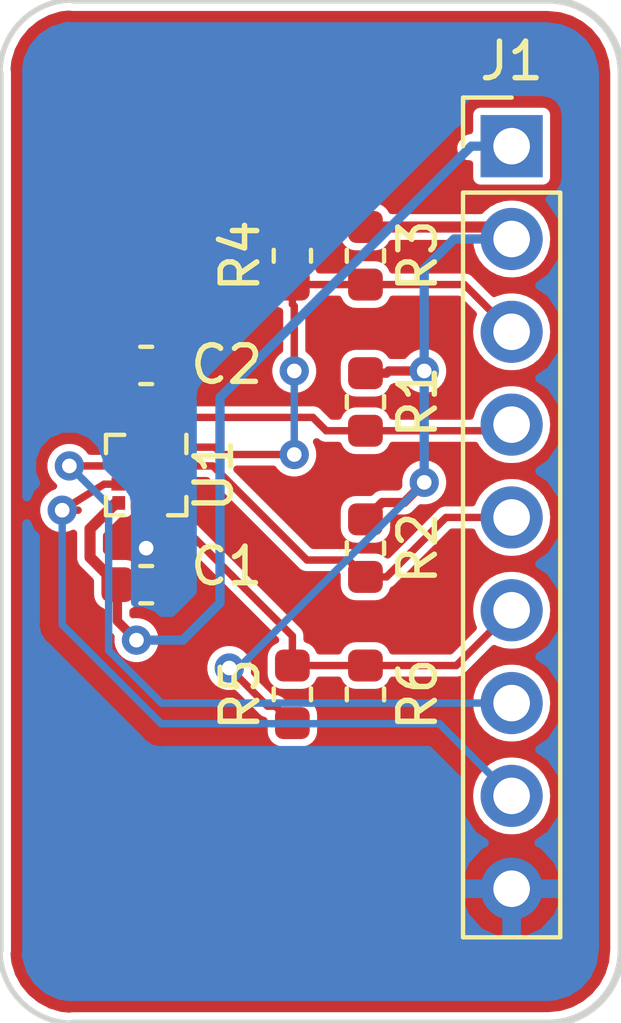
<source format=kicad_pcb>
(kicad_pcb (version 20171130) (host pcbnew "(5.0.0)")

  (general
    (thickness 1.6)
    (drawings 8)
    (tracks 100)
    (zones 0)
    (modules 10)
    (nets 12)
  )

  (page A4)
  (layers
    (0 F.Cu signal)
    (31 B.Cu signal)
    (32 B.Adhes user hide)
    (33 F.Adhes user hide)
    (34 B.Paste user hide)
    (35 F.Paste user)
    (36 B.SilkS user hide)
    (37 F.SilkS user)
    (38 B.Mask user hide)
    (39 F.Mask user hide)
    (40 Dwgs.User user hide)
    (41 Cmts.User user hide)
    (42 Eco1.User user hide)
    (43 Eco2.User user hide)
    (44 Edge.Cuts user hide)
    (45 Margin user hide)
    (46 B.CrtYd user hide)
    (47 F.CrtYd user hide)
    (48 B.Fab user)
    (49 F.Fab user)
  )

  (setup
    (last_trace_width 0.25)
    (trace_clearance 0.2)
    (zone_clearance 0.2)
    (zone_45_only no)
    (trace_min 0.2)
    (segment_width 0.2)
    (edge_width 0.15)
    (via_size 0.8)
    (via_drill 0.4)
    (via_min_size 0.4)
    (via_min_drill 0.3)
    (uvia_size 0.3)
    (uvia_drill 0.1)
    (uvias_allowed no)
    (uvia_min_size 0.2)
    (uvia_min_drill 0.1)
    (pcb_text_width 0.3)
    (pcb_text_size 1.5 1.5)
    (mod_edge_width 0.15)
    (mod_text_size 1 1)
    (mod_text_width 0.15)
    (pad_size 1.524 1.524)
    (pad_drill 0.762)
    (pad_to_mask_clearance 0.2)
    (aux_axis_origin 0 0)
    (visible_elements 7FFFFFFF)
    (pcbplotparams
      (layerselection 0x010fc_ffffffff)
      (usegerberextensions false)
      (usegerberattributes false)
      (usegerberadvancedattributes false)
      (creategerberjobfile false)
      (excludeedgelayer true)
      (linewidth 0.100000)
      (plotframeref false)
      (viasonmask false)
      (mode 1)
      (useauxorigin false)
      (hpglpennumber 1)
      (hpglpenspeed 20)
      (hpglpendiameter 15.000000)
      (psnegative false)
      (psa4output false)
      (plotreference true)
      (plotvalue true)
      (plotinvisibletext false)
      (padsonsilk false)
      (subtractmaskfromsilk false)
      (outputformat 1)
      (mirror false)
      (drillshape 1)
      (scaleselection 1)
      (outputdirectory ""))
  )

  (net 0 "")
  (net 1 VDD)
  (net 2 GND)
  (net 3 VDDA)
  (net 4 /SDX)
  (net 5 "Net-(U1-Pad4)")
  (net 6 /SDA)
  (net 7 /CSB)
  (net 8 /INT1)
  (net 9 /INT2)
  (net 10 "Net-(U1-Pad11)")
  (net 11 /SCX)

  (net_class Default "This is the default net class."
    (clearance 0.2)
    (trace_width 0.25)
    (via_dia 0.8)
    (via_drill 0.4)
    (uvia_dia 0.3)
    (uvia_drill 0.1)
  )

  (net_class Power ""
    (clearance 0.2)
    (trace_width 0.2032)
    (via_dia 0.8)
    (via_drill 0.4)
    (uvia_dia 0.3)
    (uvia_drill 0.1)
    (add_net GND)
    (add_net VDD)
    (add_net VDDA)
  )

  (net_class Signal ""
    (clearance 0.2)
    (trace_width 0.2032)
    (via_dia 0.8)
    (via_drill 0.4)
    (uvia_dia 0.3)
    (uvia_drill 0.1)
    (add_net /CSB)
    (add_net /INT1)
    (add_net /INT2)
    (add_net /SCX)
    (add_net /SDA)
    (add_net /SDX)
    (add_net "Net-(U1-Pad11)")
    (add_net "Net-(U1-Pad4)")
  )

  (module Capacitor_SMD:C_0603_1608Metric (layer F.Cu) (tedit 5B832108) (tstamp 5B8F4AE6)
    (at 158 79)
    (descr "Capacitor SMD 0603 (1608 Metric), square (rectangular) end terminal, IPC_7351 nominal, (Body size source: http://www.tortai-tech.com/upload/download/2011102023233369053.pdf), generated with kicad-footprint-generator")
    (tags capacitor)
    (path /5B81CD7E)
    (attr smd)
    (fp_text reference C1 (at 2.202498 -0.510002) (layer F.SilkS)
      (effects (font (size 1 1) (thickness 0.15)))
    )
    (fp_text value 100nF (at 0 1.43) (layer F.Fab) hide
      (effects (font (size 1 1) (thickness 0.15)))
    )
    (fp_line (start -0.8 0.4) (end -0.8 -0.4) (layer F.Fab) (width 0.1))
    (fp_line (start -0.8 -0.4) (end 0.8 -0.4) (layer F.Fab) (width 0.1))
    (fp_line (start 0.8 -0.4) (end 0.8 0.4) (layer F.Fab) (width 0.1))
    (fp_line (start 0.8 0.4) (end -0.8 0.4) (layer F.Fab) (width 0.1))
    (fp_line (start -0.162779 -0.51) (end 0.162779 -0.51) (layer F.SilkS) (width 0.12))
    (fp_line (start -0.162779 0.51) (end 0.162779 0.51) (layer F.SilkS) (width 0.12))
    (fp_line (start -1.48 0.73) (end -1.48 -0.73) (layer F.CrtYd) (width 0.05))
    (fp_line (start -1.48 -0.73) (end 1.48 -0.73) (layer F.CrtYd) (width 0.05))
    (fp_line (start 1.48 -0.73) (end 1.48 0.73) (layer F.CrtYd) (width 0.05))
    (fp_line (start 1.48 0.73) (end -1.48 0.73) (layer F.CrtYd) (width 0.05))
    (fp_text user %R (at 0 0) (layer F.Fab)
      (effects (font (size 0.4 0.4) (thickness 0.06)))
    )
    (pad 1 smd roundrect (at -0.7875 0) (size 0.875 0.95) (layers F.Cu F.Paste F.Mask) (roundrect_rratio 0.25)
      (net 1 VDD))
    (pad 2 smd roundrect (at 0.7875 0) (size 0.875 0.95) (layers F.Cu F.Paste F.Mask) (roundrect_rratio 0.25)
      (net 2 GND))
    (model ${KISYS3DMOD}/Capacitor_SMD.3dshapes/C_0603_1608Metric.wrl
      (at (xyz 0 0 0))
      (scale (xyz 1 1 1))
      (rotate (xyz 0 0 0))
    )
  )

  (module Capacitor_SMD:C_0603_1608Metric (layer F.Cu) (tedit 5B832123) (tstamp 5B8F4AF7)
    (at 158 73)
    (descr "Capacitor SMD 0603 (1608 Metric), square (rectangular) end terminal, IPC_7351 nominal, (Body size source: http://www.tortai-tech.com/upload/download/2011102023233369053.pdf), generated with kicad-footprint-generator")
    (tags capacitor)
    (path /5B81CDF0)
    (attr smd)
    (fp_text reference C2 (at 2.202498 -0.020002) (layer F.SilkS)
      (effects (font (size 1 1) (thickness 0.15)))
    )
    (fp_text value 100nF (at 0 1.43) (layer F.Fab) hide
      (effects (font (size 1 1) (thickness 0.15)))
    )
    (fp_text user %R (at 0 0) (layer F.Fab)
      (effects (font (size 0.4 0.4) (thickness 0.06)))
    )
    (fp_line (start 1.48 0.73) (end -1.48 0.73) (layer F.CrtYd) (width 0.05))
    (fp_line (start 1.48 -0.73) (end 1.48 0.73) (layer F.CrtYd) (width 0.05))
    (fp_line (start -1.48 -0.73) (end 1.48 -0.73) (layer F.CrtYd) (width 0.05))
    (fp_line (start -1.48 0.73) (end -1.48 -0.73) (layer F.CrtYd) (width 0.05))
    (fp_line (start -0.162779 0.51) (end 0.162779 0.51) (layer F.SilkS) (width 0.12))
    (fp_line (start -0.162779 -0.51) (end 0.162779 -0.51) (layer F.SilkS) (width 0.12))
    (fp_line (start 0.8 0.4) (end -0.8 0.4) (layer F.Fab) (width 0.1))
    (fp_line (start 0.8 -0.4) (end 0.8 0.4) (layer F.Fab) (width 0.1))
    (fp_line (start -0.8 -0.4) (end 0.8 -0.4) (layer F.Fab) (width 0.1))
    (fp_line (start -0.8 0.4) (end -0.8 -0.4) (layer F.Fab) (width 0.1))
    (pad 2 smd roundrect (at 0.7875 0) (size 0.875 0.95) (layers F.Cu F.Paste F.Mask) (roundrect_rratio 0.25)
      (net 2 GND))
    (pad 1 smd roundrect (at -0.7875 0) (size 0.875 0.95) (layers F.Cu F.Paste F.Mask) (roundrect_rratio 0.25)
      (net 3 VDDA))
    (model ${KISYS3DMOD}/Capacitor_SMD.3dshapes/C_0603_1608Metric.wrl
      (at (xyz 0 0 0))
      (scale (xyz 1 1 1))
      (rotate (xyz 0 0 0))
    )
  )

  (module Package_LGA:LGA-12_2x2mm_P0.5mm (layer F.Cu) (tedit 5B832112) (tstamp 5B8F4B1C)
    (at 158 76 270)
    (descr LGA12)
    (tags "lga land grid array")
    (path /5B82BE35)
    (attr smd)
    (fp_text reference U1 (at 0 -1.85 270) (layer F.SilkS)
      (effects (font (size 1 1) (thickness 0.15)))
    )
    (fp_text value BMA400 (at 0 1.6 270) (layer F.Fab) hide
      (effects (font (size 1 1) (thickness 0.15)))
    )
    (fp_text user %R (at 0 0 270) (layer F.Fab)
      (effects (font (size 0.5 0.5) (thickness 0.075)))
    )
    (fp_line (start 1 -1) (end 1 1) (layer F.Fab) (width 0.1))
    (fp_line (start 1 1) (end -1 1) (layer F.Fab) (width 0.1))
    (fp_line (start -1 1) (end -1 -0.5) (layer F.Fab) (width 0.1))
    (fp_line (start -1 -0.5) (end -0.5 -1) (layer F.Fab) (width 0.1))
    (fp_line (start -0.5 -1) (end 1 -1) (layer F.Fab) (width 0.1))
    (fp_line (start 0.6 -1.1) (end 1.1 -1.1) (layer F.SilkS) (width 0.12))
    (fp_line (start 1.1 -1.1) (end 1.1 -0.6) (layer F.SilkS) (width 0.12))
    (fp_line (start 1.1 -0.6) (end 1.1 -0.6) (layer F.SilkS) (width 0.12))
    (fp_line (start 1.1 0.6) (end 1.1 1.1) (layer F.SilkS) (width 0.12))
    (fp_line (start 1.1 1.1) (end 0.6 1.1) (layer F.SilkS) (width 0.12))
    (fp_line (start 0.6 1.1) (end 0.6 1.1) (layer F.SilkS) (width 0.12))
    (fp_line (start -0.6 1.1) (end -1.1 1.1) (layer F.SilkS) (width 0.12))
    (fp_line (start -1.1 1.1) (end -1.1 0.6) (layer F.SilkS) (width 0.12))
    (fp_line (start -1.1 0.6) (end -1.1 0.6) (layer F.SilkS) (width 0.12))
    (fp_line (start -0.6 -1.1) (end -1.1 -1.1) (layer F.SilkS) (width 0.12))
    (fp_line (start -1.1 -1.1) (end -1.1 -1.1) (layer F.SilkS) (width 0.12))
    (fp_line (start 1.25 -1.25) (end 1.25 1.25) (layer F.CrtYd) (width 0.05))
    (fp_line (start 1.25 1.25) (end -1.25 1.25) (layer F.CrtYd) (width 0.05))
    (fp_line (start -1.25 1.25) (end -1.25 -1.25) (layer F.CrtYd) (width 0.05))
    (fp_line (start -1.25 -1.25) (end 1.25 -1.25) (layer F.CrtYd) (width 0.05))
    (pad 2 smd rect (at -0.7625 -0.25 270) (size 0.375 0.35) (layers F.Cu F.Paste F.Mask)
      (net 4 /SDX))
    (pad 3 smd rect (at -0.7625 0.25 270) (size 0.375 0.35) (layers F.Cu F.Paste F.Mask)
      (net 3 VDDA))
    (pad 9 smd rect (at 0.7625 -0.25 270) (size 0.375 0.35) (layers F.Cu F.Paste F.Mask)
      (net 2 GND))
    (pad 8 smd rect (at 0.7625 0.25 270) (size 0.375 0.35) (layers F.Cu F.Paste F.Mask)
      (net 2 GND))
    (pad 4 smd rect (at -0.7625 0.75 270) (size 0.375 0.35) (layers F.Cu F.Paste F.Mask)
      (net 5 "Net-(U1-Pad4)"))
    (pad 7 smd rect (at 0.7625 0.75 270) (size 0.375 0.35) (layers F.Cu F.Paste F.Mask)
      (net 1 VDD))
    (pad 1 smd rect (at -0.7625 -0.75 270) (size 0.375 0.35) (layers F.Cu F.Paste F.Mask)
      (net 6 /SDA))
    (pad 10 smd rect (at 0.7625 -0.75 270) (size 0.375 0.35) (layers F.Cu F.Paste F.Mask)
      (net 7 /CSB))
    (pad 5 smd rect (at -0.25 0.7625) (size 0.375 0.35) (layers F.Cu F.Paste F.Mask)
      (net 8 /INT1))
    (pad 6 smd rect (at 0.25 0.7625) (size 0.375 0.35) (layers F.Cu F.Paste F.Mask)
      (net 9 /INT2))
    (pad 11 smd rect (at 0.25 -0.7625) (size 0.375 0.35) (layers F.Cu F.Paste F.Mask)
      (net 10 "Net-(U1-Pad11)"))
    (pad 12 smd rect (at -0.25 -0.7625) (size 0.375 0.35) (layers F.Cu F.Paste F.Mask)
      (net 11 /SCX))
    (model ${KISYS3DMOD}/Package_LGA.3dshapes/LGA-12_2x2mm_P0.5mm.wrl
      (at (xyz 0 0 0))
      (scale (xyz 1 1 1))
      (rotate (xyz 0 0 0))
    )
  )

  (module Connector_PinHeader_2.54mm:PinHeader_1x09_P2.54mm_Vertical (layer F.Cu) (tedit 5B83215C) (tstamp 5B8F4EC0)
    (at 168 67)
    (descr "Through hole straight pin header, 1x09, 2.54mm pitch, single row")
    (tags "Through hole pin header THT 1x09 2.54mm single row")
    (path /5B833216)
    (fp_text reference J1 (at 0 -2.33) (layer F.SilkS)
      (effects (font (size 1 1) (thickness 0.15)))
    )
    (fp_text value Conn_01x09_Male (at 0 22.65) (layer F.Fab) hide
      (effects (font (size 1 1) (thickness 0.15)))
    )
    (fp_line (start -0.635 -1.27) (end 1.27 -1.27) (layer F.Fab) (width 0.1))
    (fp_line (start 1.27 -1.27) (end 1.27 21.59) (layer F.Fab) (width 0.1))
    (fp_line (start 1.27 21.59) (end -1.27 21.59) (layer F.Fab) (width 0.1))
    (fp_line (start -1.27 21.59) (end -1.27 -0.635) (layer F.Fab) (width 0.1))
    (fp_line (start -1.27 -0.635) (end -0.635 -1.27) (layer F.Fab) (width 0.1))
    (fp_line (start -1.33 21.65) (end 1.33 21.65) (layer F.SilkS) (width 0.12))
    (fp_line (start -1.33 1.27) (end -1.33 21.65) (layer F.SilkS) (width 0.12))
    (fp_line (start 1.33 1.27) (end 1.33 21.65) (layer F.SilkS) (width 0.12))
    (fp_line (start -1.33 1.27) (end 1.33 1.27) (layer F.SilkS) (width 0.12))
    (fp_line (start -1.33 0) (end -1.33 -1.33) (layer F.SilkS) (width 0.12))
    (fp_line (start -1.33 -1.33) (end 0 -1.33) (layer F.SilkS) (width 0.12))
    (fp_line (start -1.8 -1.8) (end -1.8 22.1) (layer F.CrtYd) (width 0.05))
    (fp_line (start -1.8 22.1) (end 1.8 22.1) (layer F.CrtYd) (width 0.05))
    (fp_line (start 1.8 22.1) (end 1.8 -1.8) (layer F.CrtYd) (width 0.05))
    (fp_line (start 1.8 -1.8) (end -1.8 -1.8) (layer F.CrtYd) (width 0.05))
    (fp_text user %R (at 0 10.16 90) (layer F.Fab)
      (effects (font (size 1 1) (thickness 0.15)))
    )
    (pad 1 thru_hole rect (at 0 0) (size 1.7 1.7) (drill 1) (layers *.Cu *.Mask)
      (net 1 VDD))
    (pad 2 thru_hole oval (at 0 2.54) (size 1.7 1.7) (drill 1) (layers *.Cu *.Mask)
      (net 3 VDDA))
    (pad 3 thru_hole oval (at 0 5.08) (size 1.7 1.7) (drill 1) (layers *.Cu *.Mask)
      (net 6 /SDA))
    (pad 4 thru_hole oval (at 0 7.62) (size 1.7 1.7) (drill 1) (layers *.Cu *.Mask)
      (net 4 /SDX))
    (pad 5 thru_hole oval (at 0 10.16) (size 1.7 1.7) (drill 1) (layers *.Cu *.Mask)
      (net 11 /SCX))
    (pad 6 thru_hole oval (at 0 12.7) (size 1.7 1.7) (drill 1) (layers *.Cu *.Mask)
      (net 7 /CSB))
    (pad 7 thru_hole oval (at 0 15.24) (size 1.7 1.7) (drill 1) (layers *.Cu *.Mask)
      (net 8 /INT1))
    (pad 8 thru_hole oval (at 0 17.78) (size 1.7 1.7) (drill 1) (layers *.Cu *.Mask)
      (net 9 /INT2))
    (pad 9 thru_hole oval (at 0 20.32) (size 1.7 1.7) (drill 1) (layers *.Cu *.Mask)
      (net 2 GND))
    (model ${KISYS3DMOD}/Connector_PinHeader_2.54mm.3dshapes/PinHeader_1x09_P2.54mm_Vertical.wrl
      (at (xyz 0 0 0))
      (scale (xyz 1 1 1))
      (rotate (xyz 0 0 0))
    )
  )

  (module Capacitor_SMD:C_0603_1608Metric (layer F.Cu) (tedit 5B83212B) (tstamp 5B8F4ED1)
    (at 164 74 270)
    (descr "Capacitor SMD 0603 (1608 Metric), square (rectangular) end terminal, IPC_7351 nominal, (Body size source: http://www.tortai-tech.com/upload/download/2011102023233369053.pdf), generated with kicad-footprint-generator")
    (tags capacitor)
    (path /5B83387B)
    (attr smd)
    (fp_text reference R1 (at 0 -1.43 270) (layer F.SilkS)
      (effects (font (size 1 1) (thickness 0.15)))
    )
    (fp_text value 4K7 (at 0 1.43 270) (layer F.Fab) hide
      (effects (font (size 1 1) (thickness 0.15)))
    )
    (fp_line (start -0.8 0.4) (end -0.8 -0.4) (layer F.Fab) (width 0.1))
    (fp_line (start -0.8 -0.4) (end 0.8 -0.4) (layer F.Fab) (width 0.1))
    (fp_line (start 0.8 -0.4) (end 0.8 0.4) (layer F.Fab) (width 0.1))
    (fp_line (start 0.8 0.4) (end -0.8 0.4) (layer F.Fab) (width 0.1))
    (fp_line (start -0.162779 -0.51) (end 0.162779 -0.51) (layer F.SilkS) (width 0.12))
    (fp_line (start -0.162779 0.51) (end 0.162779 0.51) (layer F.SilkS) (width 0.12))
    (fp_line (start -1.48 0.73) (end -1.48 -0.73) (layer F.CrtYd) (width 0.05))
    (fp_line (start -1.48 -0.73) (end 1.48 -0.73) (layer F.CrtYd) (width 0.05))
    (fp_line (start 1.48 -0.73) (end 1.48 0.73) (layer F.CrtYd) (width 0.05))
    (fp_line (start 1.48 0.73) (end -1.48 0.73) (layer F.CrtYd) (width 0.05))
    (fp_text user %R (at 0 0 270) (layer F.Fab)
      (effects (font (size 0.4 0.4) (thickness 0.06)))
    )
    (pad 1 smd roundrect (at -0.7875 0 270) (size 0.875 0.95) (layers F.Cu F.Paste F.Mask) (roundrect_rratio 0.25)
      (net 3 VDDA))
    (pad 2 smd roundrect (at 0.7875 0 270) (size 0.875 0.95) (layers F.Cu F.Paste F.Mask) (roundrect_rratio 0.25)
      (net 4 /SDX))
    (model ${KISYS3DMOD}/Capacitor_SMD.3dshapes/C_0603_1608Metric.wrl
      (at (xyz 0 0 0))
      (scale (xyz 1 1 1))
      (rotate (xyz 0 0 0))
    )
  )

  (module Capacitor_SMD:C_0603_1608Metric (layer F.Cu) (tedit 5B832081) (tstamp 5B8F4EE2)
    (at 164 78 270)
    (descr "Capacitor SMD 0603 (1608 Metric), square (rectangular) end terminal, IPC_7351 nominal, (Body size source: http://www.tortai-tech.com/upload/download/2011102023233369053.pdf), generated with kicad-footprint-generator")
    (tags capacitor)
    (path /5B83391C)
    (attr smd)
    (fp_text reference R2 (at 0 -1.43 270) (layer F.SilkS)
      (effects (font (size 1 1) (thickness 0.15)))
    )
    (fp_text value 4K7 (at 0 1.43 270) (layer F.Fab) hide
      (effects (font (size 1 1) (thickness 0.15)))
    )
    (fp_text user %R (at 0 0 270) (layer F.Fab)
      (effects (font (size 0.4 0.4) (thickness 0.06)))
    )
    (fp_line (start 1.48 0.73) (end -1.48 0.73) (layer F.CrtYd) (width 0.05))
    (fp_line (start 1.48 -0.73) (end 1.48 0.73) (layer F.CrtYd) (width 0.05))
    (fp_line (start -1.48 -0.73) (end 1.48 -0.73) (layer F.CrtYd) (width 0.05))
    (fp_line (start -1.48 0.73) (end -1.48 -0.73) (layer F.CrtYd) (width 0.05))
    (fp_line (start -0.162779 0.51) (end 0.162779 0.51) (layer F.SilkS) (width 0.12))
    (fp_line (start -0.162779 -0.51) (end 0.162779 -0.51) (layer F.SilkS) (width 0.12))
    (fp_line (start 0.8 0.4) (end -0.8 0.4) (layer F.Fab) (width 0.1))
    (fp_line (start 0.8 -0.4) (end 0.8 0.4) (layer F.Fab) (width 0.1))
    (fp_line (start -0.8 -0.4) (end 0.8 -0.4) (layer F.Fab) (width 0.1))
    (fp_line (start -0.8 0.4) (end -0.8 -0.4) (layer F.Fab) (width 0.1))
    (pad 2 smd roundrect (at 0.7875 0 270) (size 0.875 0.95) (layers F.Cu F.Paste F.Mask) (roundrect_rratio 0.25)
      (net 11 /SCX))
    (pad 1 smd roundrect (at -0.7875 0 270) (size 0.875 0.95) (layers F.Cu F.Paste F.Mask) (roundrect_rratio 0.25)
      (net 3 VDDA))
    (model ${KISYS3DMOD}/Capacitor_SMD.3dshapes/C_0603_1608Metric.wrl
      (at (xyz 0 0 0))
      (scale (xyz 1 1 1))
      (rotate (xyz 0 0 0))
    )
  )

  (module Capacitor_SMD:C_0603_1608Metric (layer F.Cu) (tedit 5B832075) (tstamp 5B8F4EF3)
    (at 164 70 270)
    (descr "Capacitor SMD 0603 (1608 Metric), square (rectangular) end terminal, IPC_7351 nominal, (Body size source: http://www.tortai-tech.com/upload/download/2011102023233369053.pdf), generated with kicad-footprint-generator")
    (tags capacitor)
    (path /5B833966)
    (attr smd)
    (fp_text reference R3 (at 0 -1.43 270) (layer F.SilkS)
      (effects (font (size 1 1) (thickness 0.15)))
    )
    (fp_text value 4K7 (at 0 1.43 270) (layer F.Fab) hide
      (effects (font (size 1 1) (thickness 0.15)))
    )
    (fp_line (start -0.8 0.4) (end -0.8 -0.4) (layer F.Fab) (width 0.1))
    (fp_line (start -0.8 -0.4) (end 0.8 -0.4) (layer F.Fab) (width 0.1))
    (fp_line (start 0.8 -0.4) (end 0.8 0.4) (layer F.Fab) (width 0.1))
    (fp_line (start 0.8 0.4) (end -0.8 0.4) (layer F.Fab) (width 0.1))
    (fp_line (start -0.162779 -0.51) (end 0.162779 -0.51) (layer F.SilkS) (width 0.12))
    (fp_line (start -0.162779 0.51) (end 0.162779 0.51) (layer F.SilkS) (width 0.12))
    (fp_line (start -1.48 0.73) (end -1.48 -0.73) (layer F.CrtYd) (width 0.05))
    (fp_line (start -1.48 -0.73) (end 1.48 -0.73) (layer F.CrtYd) (width 0.05))
    (fp_line (start 1.48 -0.73) (end 1.48 0.73) (layer F.CrtYd) (width 0.05))
    (fp_line (start 1.48 0.73) (end -1.48 0.73) (layer F.CrtYd) (width 0.05))
    (fp_text user %R (at 0 0 270) (layer F.Fab)
      (effects (font (size 0.4 0.4) (thickness 0.06)))
    )
    (pad 1 smd roundrect (at -0.7875 0 270) (size 0.875 0.95) (layers F.Cu F.Paste F.Mask) (roundrect_rratio 0.25)
      (net 3 VDDA))
    (pad 2 smd roundrect (at 0.7875 0 270) (size 0.875 0.95) (layers F.Cu F.Paste F.Mask) (roundrect_rratio 0.25)
      (net 6 /SDA))
    (model ${KISYS3DMOD}/Capacitor_SMD.3dshapes/C_0603_1608Metric.wrl
      (at (xyz 0 0 0))
      (scale (xyz 1 1 1))
      (rotate (xyz 0 0 0))
    )
  )

  (module Capacitor_SMD:C_0603_1608Metric (layer F.Cu) (tedit 5B832065) (tstamp 5B8F4F04)
    (at 162 70 90)
    (descr "Capacitor SMD 0603 (1608 Metric), square (rectangular) end terminal, IPC_7351 nominal, (Body size source: http://www.tortai-tech.com/upload/download/2011102023233369053.pdf), generated with kicad-footprint-generator")
    (tags capacitor)
    (path /5B8361C5)
    (attr smd)
    (fp_text reference R4 (at 0 -1.43 90) (layer F.SilkS)
      (effects (font (size 1 1) (thickness 0.15)))
    )
    (fp_text value 4K7 (at 0 1.43 90) (layer F.Fab) hide
      (effects (font (size 1 1) (thickness 0.15)))
    )
    (fp_text user %R (at 0 0 90) (layer F.Fab) hide
      (effects (font (size 0.4 0.4) (thickness 0.06)))
    )
    (fp_line (start 1.48 0.73) (end -1.48 0.73) (layer F.CrtYd) (width 0.05))
    (fp_line (start 1.48 -0.73) (end 1.48 0.73) (layer F.CrtYd) (width 0.05))
    (fp_line (start -1.48 -0.73) (end 1.48 -0.73) (layer F.CrtYd) (width 0.05))
    (fp_line (start -1.48 0.73) (end -1.48 -0.73) (layer F.CrtYd) (width 0.05))
    (fp_line (start -0.162779 0.51) (end 0.162779 0.51) (layer F.SilkS) (width 0.12))
    (fp_line (start -0.162779 -0.51) (end 0.162779 -0.51) (layer F.SilkS) (width 0.12))
    (fp_line (start 0.8 0.4) (end -0.8 0.4) (layer F.Fab) (width 0.1))
    (fp_line (start 0.8 -0.4) (end 0.8 0.4) (layer F.Fab) (width 0.1))
    (fp_line (start -0.8 -0.4) (end 0.8 -0.4) (layer F.Fab) (width 0.1))
    (fp_line (start -0.8 0.4) (end -0.8 -0.4) (layer F.Fab) (width 0.1))
    (pad 2 smd roundrect (at 0.7875 0 90) (size 0.875 0.95) (layers F.Cu F.Paste F.Mask) (roundrect_rratio 0.25)
      (net 2 GND))
    (pad 1 smd roundrect (at -0.7875 0 90) (size 0.875 0.95) (layers F.Cu F.Paste F.Mask) (roundrect_rratio 0.25)
      (net 6 /SDA))
    (model ${KISYS3DMOD}/Capacitor_SMD.3dshapes/C_0603_1608Metric.wrl
      (at (xyz 0 0 0))
      (scale (xyz 1 1 1))
      (rotate (xyz 0 0 0))
    )
  )

  (module Capacitor_SMD:C_0603_1608Metric (layer F.Cu) (tedit 5B8320B0) (tstamp 5B8F4F15)
    (at 162 82 90)
    (descr "Capacitor SMD 0603 (1608 Metric), square (rectangular) end terminal, IPC_7351 nominal, (Body size source: http://www.tortai-tech.com/upload/download/2011102023233369053.pdf), generated with kicad-footprint-generator")
    (tags capacitor)
    (path /5B8339D3)
    (attr smd)
    (fp_text reference R5 (at 0 -1.43 90) (layer F.SilkS)
      (effects (font (size 1 1) (thickness 0.15)))
    )
    (fp_text value 4K7 (at 0 1.43 90) (layer F.Fab) hide
      (effects (font (size 1 1) (thickness 0.15)))
    )
    (fp_text user %R (at 0 0 90) (layer F.Fab)
      (effects (font (size 0.4 0.4) (thickness 0.06)))
    )
    (fp_line (start 1.48 0.73) (end -1.48 0.73) (layer F.CrtYd) (width 0.05))
    (fp_line (start 1.48 -0.73) (end 1.48 0.73) (layer F.CrtYd) (width 0.05))
    (fp_line (start -1.48 -0.73) (end 1.48 -0.73) (layer F.CrtYd) (width 0.05))
    (fp_line (start -1.48 0.73) (end -1.48 -0.73) (layer F.CrtYd) (width 0.05))
    (fp_line (start -0.162779 0.51) (end 0.162779 0.51) (layer F.SilkS) (width 0.12))
    (fp_line (start -0.162779 -0.51) (end 0.162779 -0.51) (layer F.SilkS) (width 0.12))
    (fp_line (start 0.8 0.4) (end -0.8 0.4) (layer F.Fab) (width 0.1))
    (fp_line (start 0.8 -0.4) (end 0.8 0.4) (layer F.Fab) (width 0.1))
    (fp_line (start -0.8 -0.4) (end 0.8 -0.4) (layer F.Fab) (width 0.1))
    (fp_line (start -0.8 0.4) (end -0.8 -0.4) (layer F.Fab) (width 0.1))
    (pad 2 smd roundrect (at 0.7875 0 90) (size 0.875 0.95) (layers F.Cu F.Paste F.Mask) (roundrect_rratio 0.25)
      (net 7 /CSB))
    (pad 1 smd roundrect (at -0.7875 0 90) (size 0.875 0.95) (layers F.Cu F.Paste F.Mask) (roundrect_rratio 0.25)
      (net 3 VDDA))
    (model ${KISYS3DMOD}/Capacitor_SMD.3dshapes/C_0603_1608Metric.wrl
      (at (xyz 0 0 0))
      (scale (xyz 1 1 1))
      (rotate (xyz 0 0 0))
    )
  )

  (module Capacitor_SMD:C_0603_1608Metric (layer F.Cu) (tedit 5B8320C3) (tstamp 5B8F4F26)
    (at 164 82 270)
    (descr "Capacitor SMD 0603 (1608 Metric), square (rectangular) end terminal, IPC_7351 nominal, (Body size source: http://www.tortai-tech.com/upload/download/2011102023233369053.pdf), generated with kicad-footprint-generator")
    (tags capacitor)
    (path /5B834DBB)
    (attr smd)
    (fp_text reference R6 (at 0 -1.43 270) (layer F.SilkS)
      (effects (font (size 1 1) (thickness 0.15)))
    )
    (fp_text value 4K7 (at 0 1.43 270) (layer F.Fab) hide
      (effects (font (size 1 1) (thickness 0.15)))
    )
    (fp_line (start -0.8 0.4) (end -0.8 -0.4) (layer F.Fab) (width 0.1))
    (fp_line (start -0.8 -0.4) (end 0.8 -0.4) (layer F.Fab) (width 0.1))
    (fp_line (start 0.8 -0.4) (end 0.8 0.4) (layer F.Fab) (width 0.1))
    (fp_line (start 0.8 0.4) (end -0.8 0.4) (layer F.Fab) (width 0.1))
    (fp_line (start -0.162779 -0.51) (end 0.162779 -0.51) (layer F.SilkS) (width 0.12))
    (fp_line (start -0.162779 0.51) (end 0.162779 0.51) (layer F.SilkS) (width 0.12))
    (fp_line (start -1.48 0.73) (end -1.48 -0.73) (layer F.CrtYd) (width 0.05))
    (fp_line (start -1.48 -0.73) (end 1.48 -0.73) (layer F.CrtYd) (width 0.05))
    (fp_line (start 1.48 -0.73) (end 1.48 0.73) (layer F.CrtYd) (width 0.05))
    (fp_line (start 1.48 0.73) (end -1.48 0.73) (layer F.CrtYd) (width 0.05))
    (fp_text user %R (at 0 0 270) (layer F.Fab)
      (effects (font (size 0.4 0.4) (thickness 0.06)))
    )
    (pad 1 smd roundrect (at -0.7875 0 270) (size 0.875 0.95) (layers F.Cu F.Paste F.Mask) (roundrect_rratio 0.25)
      (net 7 /CSB))
    (pad 2 smd roundrect (at 0.7875 0 270) (size 0.875 0.95) (layers F.Cu F.Paste F.Mask) (roundrect_rratio 0.25)
      (net 2 GND))
    (model ${KISYS3DMOD}/Capacitor_SMD.3dshapes/C_0603_1608Metric.wrl
      (at (xyz 0 0 0))
      (scale (xyz 1 1 1))
      (rotate (xyz 0 0 0))
    )
  )

  (gr_arc (start 156 65) (end 156 63) (angle -90) (layer Edge.Cuts) (width 0.15))
  (gr_arc (start 156 89) (end 154 89) (angle -90) (layer Edge.Cuts) (width 0.15))
  (gr_arc (start 169 65) (end 171 65) (angle -90) (layer Edge.Cuts) (width 0.2))
  (gr_arc (start 169 89) (end 169 91) (angle -90) (layer Edge.Cuts) (width 0.2))
  (gr_line (start 154 89) (end 154 65) (layer Edge.Cuts) (width 0.2))
  (gr_line (start 169 91) (end 156 91) (layer Edge.Cuts) (width 0.2))
  (gr_line (start 171 65) (end 171 89) (layer Edge.Cuts) (width 0.2))
  (gr_line (start 156 63) (end 169 63) (layer Edge.Cuts) (width 0.2))

  (segment (start 157.2125 79) (end 156.464 78.2515) (width 0.3048) (layer F.Cu) (net 1))
  (segment (start 156.464 78.2515) (end 156.464 77.47) (width 0.3048) (layer F.Cu) (net 1))
  (segment (start 157.156599 76.777401) (end 157.222599 76.777401) (width 0.3048) (layer F.Cu) (net 1))
  (segment (start 156.464 77.47) (end 157.156599 76.777401) (width 0.3048) (layer F.Cu) (net 1))
  (segment (start 166.896 67) (end 160.02 73.876) (width 0.254) (layer B.Cu) (net 1))
  (segment (start 168 67) (end 166.896 67) (width 0.254) (layer B.Cu) (net 1))
  (segment (start 160.02 73.876) (end 160.02 79.502) (width 0.254) (layer B.Cu) (net 1))
  (segment (start 160.02 79.502) (end 159.004 80.518) (width 0.254) (layer B.Cu) (net 1))
  (segment (start 159.004 80.518) (end 157.734 80.518) (width 0.254) (layer B.Cu) (net 1))
  (via (at 157.734 80.518) (size 0.8) (drill 0.4) (layers F.Cu B.Cu) (net 1))
  (segment (start 157.2125 79.9965) (end 157.734 80.518) (width 0.254) (layer F.Cu) (net 1))
  (segment (start 157.2125 79) (end 157.2125 79.9965) (width 0.254) (layer F.Cu) (net 1))
  (via (at 158 78) (size 0.8) (drill 0.4) (layers F.Cu B.Cu) (net 2))
  (segment (start 167.6725 69.2125) (end 168 69.54) (width 0.3048) (layer F.Cu) (net 3))
  (segment (start 164 69.2125) (end 167.6725 69.2125) (width 0.3048) (layer F.Cu) (net 3))
  (segment (start 157.2125 73.575) (end 157.734 74.0965) (width 0.254) (layer F.Cu) (net 3))
  (segment (start 157.2125 73) (end 157.2125 73.575) (width 0.254) (layer F.Cu) (net 3))
  (segment (start 157.734 74.0965) (end 157.734 74.93) (width 0.254) (layer F.Cu) (net 3))
  (segment (start 164.461612 76.750888) (end 165.057112 76.750888) (width 0.254) (layer F.Cu) (net 3))
  (segment (start 164 77.2125) (end 164.461612 76.750888) (width 0.254) (layer F.Cu) (net 3))
  (segment (start 165.057112 76.750888) (end 165.608 76.2) (width 0.254) (layer F.Cu) (net 3))
  (segment (start 164.575 73.2125) (end 164.6355 73.152) (width 0.254) (layer F.Cu) (net 3))
  (segment (start 164 73.2125) (end 164.575 73.2125) (width 0.254) (layer F.Cu) (net 3))
  (segment (start 164.6355 73.152) (end 165.608 73.152) (width 0.254) (layer F.Cu) (net 3))
  (segment (start 157.2125 68.8475) (end 157.2125 73) (width 0.254) (layer F.Cu) (net 3))
  (segment (start 157.988 68.072) (end 157.2125 68.8475) (width 0.254) (layer F.Cu) (net 3))
  (segment (start 163.397 68.072) (end 157.988 68.072) (width 0.254) (layer F.Cu) (net 3))
  (segment (start 164 69.2125) (end 164 68.675) (width 0.254) (layer F.Cu) (net 3))
  (segment (start 164 68.675) (end 163.397 68.072) (width 0.254) (layer F.Cu) (net 3))
  (segment (start 165.608 73.152) (end 165.608 73.152) (width 0.254) (layer F.Cu) (net 3) (tstamp 5B8F579A))
  (via (at 165.608 73.152) (size 0.8) (drill 0.4) (layers F.Cu B.Cu) (net 3))
  (segment (start 165.608 76.2) (end 165.608 76.2) (width 0.254) (layer F.Cu) (net 3) (tstamp 5B8F579C))
  (via (at 165.608 76.2) (size 0.8) (drill 0.4) (layers F.Cu B.Cu) (net 3))
  (segment (start 165.608 73.152) (end 165.608 76.2) (width 0.254) (layer B.Cu) (net 3))
  (segment (start 165.608 73.152) (end 165.608 70.358) (width 0.254) (layer B.Cu) (net 3))
  (segment (start 166.426 69.54) (end 168 69.54) (width 0.254) (layer B.Cu) (net 3))
  (segment (start 165.608 70.358) (end 166.426 69.54) (width 0.254) (layer B.Cu) (net 3))
  (segment (start 157.734 75.2215) (end 157.75 75.2375) (width 0.2032) (layer F.Cu) (net 3))
  (segment (start 157.734 74.93) (end 157.734 75.2215) (width 0.2032) (layer F.Cu) (net 3))
  (segment (start 161.538388 82.325888) (end 161.319888 82.325888) (width 0.2032) (layer F.Cu) (net 3))
  (segment (start 162 82.7875) (end 161.538388 82.325888) (width 0.2032) (layer F.Cu) (net 3))
  (segment (start 161.319888 82.325888) (end 160.274 81.28) (width 0.2032) (layer F.Cu) (net 3))
  (segment (start 165.608 76.2) (end 160.528 81.28) (width 0.2032) (layer B.Cu) (net 3))
  (segment (start 160.528 81.28) (end 160.274 81.28) (width 0.2032) (layer B.Cu) (net 3))
  (segment (start 160.274 81.28) (end 160.274 81.28) (width 0.2032) (layer F.Cu) (net 3) (tstamp 5B8F5823))
  (via (at 160.274 81.28) (size 0.8) (drill 0.4) (layers F.Cu B.Cu) (net 3))
  (segment (start 167.8325 74.7875) (end 168 74.62) (width 0.2032) (layer F.Cu) (net 4))
  (segment (start 164 74.7875) (end 167.8325 74.7875) (width 0.2032) (layer F.Cu) (net 4))
  (segment (start 158.25 74.8468) (end 158.242 74.8388) (width 0.2032) (layer F.Cu) (net 4))
  (segment (start 158.25 75.2375) (end 158.25 74.8468) (width 0.2032) (layer F.Cu) (net 4))
  (segment (start 158.242 74.8388) (end 158.242 74.676) (width 0.2032) (layer F.Cu) (net 4))
  (segment (start 158.242 74.676) (end 158.496 74.422) (width 0.2032) (layer F.Cu) (net 4))
  (segment (start 158.496 74.422) (end 162.56 74.422) (width 0.2032) (layer F.Cu) (net 4))
  (segment (start 162.9255 74.7875) (end 164 74.7875) (width 0.2032) (layer F.Cu) (net 4))
  (segment (start 162.56 74.422) (end 162.9255 74.7875) (width 0.2032) (layer F.Cu) (net 4))
  (segment (start 166.7075 70.7875) (end 164 70.7875) (width 0.2032) (layer F.Cu) (net 6))
  (segment (start 168 72.08) (end 166.7075 70.7875) (width 0.2032) (layer F.Cu) (net 6))
  (segment (start 164 70.7875) (end 162 70.7875) (width 0.2032) (layer F.Cu) (net 6))
  (segment (start 162 71.325) (end 162.052 71.377) (width 0.2032) (layer F.Cu) (net 6))
  (segment (start 162 70.7875) (end 162 71.325) (width 0.2032) (layer F.Cu) (net 6))
  (segment (start 162.052 71.377) (end 162.052 73.152) (width 0.2032) (layer F.Cu) (net 6))
  (segment (start 162.052 73.152) (end 162.052 73.152) (width 0.2032) (layer F.Cu) (net 6) (tstamp 5B8F57CE))
  (via (at 162.052 73.152) (size 0.8) (drill 0.4) (layers F.Cu B.Cu) (net 6))
  (segment (start 159.881725 75.2375) (end 160.082225 75.438) (width 0.2032) (layer F.Cu) (net 6))
  (segment (start 158.75 75.2375) (end 159.881725 75.2375) (width 0.2032) (layer F.Cu) (net 6))
  (segment (start 160.082225 75.438) (end 162.052 75.438) (width 0.2032) (layer F.Cu) (net 6))
  (segment (start 162.052 75.438) (end 162.052 75.438) (width 0.2032) (layer F.Cu) (net 6) (tstamp 5B8F57E0))
  (via (at 162.052 75.438) (size 0.8) (drill 0.4) (layers F.Cu B.Cu) (net 6))
  (segment (start 162.052 73.152) (end 162.052 75.438) (width 0.2032) (layer B.Cu) (net 6))
  (segment (start 166.4875 81.2125) (end 164 81.2125) (width 0.2032) (layer F.Cu) (net 7))
  (segment (start 168 79.7) (end 166.4875 81.2125) (width 0.2032) (layer F.Cu) (net 7))
  (segment (start 164 81.2125) (end 162 81.2125) (width 0.2032) (layer F.Cu) (net 7))
  (segment (start 162 80.675) (end 162 81.2125) (width 0.2032) (layer F.Cu) (net 7))
  (segment (start 162 80.4032) (end 162 80.675) (width 0.2032) (layer F.Cu) (net 7))
  (segment (start 158.75 77.1532) (end 162 80.4032) (width 0.2032) (layer F.Cu) (net 7))
  (segment (start 158.75 76.7625) (end 158.75 77.1532) (width 0.2032) (layer F.Cu) (net 7))
  (segment (start 157.2375 75.75) (end 155.898 75.75) (width 0.2032) (layer F.Cu) (net 8))
  (segment (start 155.898 75.75) (end 155.702 75.946) (width 0.2032) (layer F.Cu) (net 8))
  (segment (start 155.898 75.75) (end 155.898 75.75) (width 0.2032) (layer F.Cu) (net 8) (tstamp 5B8F56F9))
  (via (at 155.898 75.75) (size 0.8) (drill 0.4) (layers F.Cu B.Cu) (net 8))
  (segment (start 158.41763 82.24) (end 156.972 80.79437) (width 0.2032) (layer B.Cu) (net 8))
  (segment (start 168 82.24) (end 158.41763 82.24) (width 0.2032) (layer B.Cu) (net 8))
  (segment (start 156.972 76.824) (end 155.898 75.75) (width 0.2032) (layer B.Cu) (net 8))
  (segment (start 156.972 80.79437) (end 156.972 76.824) (width 0.2032) (layer B.Cu) (net 8))
  (segment (start 156.8468 76.25) (end 155.702 76.962) (width 0.2032) (layer F.Cu) (net 9))
  (segment (start 157.2375 76.25) (end 156.8468 76.25) (width 0.2032) (layer F.Cu) (net 9))
  (segment (start 156.1348 76.962) (end 155.702 76.962) (width 0.2032) (layer F.Cu) (net 9))
  (segment (start 155.702 76.962) (end 156.1348 76.962) (width 0.2032) (layer F.Cu) (net 9) (tstamp 5B8F56F7))
  (via (at 155.702 76.962) (size 0.8) (drill 0.4) (layers F.Cu B.Cu) (net 9))
  (segment (start 155.702 80.094594) (end 158.411406 82.804) (width 0.2032) (layer B.Cu) (net 9))
  (segment (start 155.702 76.962) (end 155.702 80.094594) (width 0.2032) (layer B.Cu) (net 9))
  (segment (start 166.024 82.804) (end 168 84.78) (width 0.2032) (layer B.Cu) (net 9))
  (segment (start 158.411406 82.804) (end 166.024 82.804) (width 0.2032) (layer B.Cu) (net 9))
  (segment (start 166.2025 77.16) (end 168 77.16) (width 0.2032) (layer F.Cu) (net 11))
  (segment (start 164 78.7875) (end 164.575 78.7875) (width 0.2032) (layer F.Cu) (net 11))
  (segment (start 164.575 78.7875) (end 166.2025 77.16) (width 0.2032) (layer F.Cu) (net 11))
  (segment (start 159.824 75.75) (end 158.7625 75.75) (width 0.2032) (layer F.Cu) (net 11))
  (segment (start 162.399888 78.325888) (end 159.824 75.75) (width 0.2032) (layer F.Cu) (net 11))
  (segment (start 164 78.7875) (end 163.538388 78.325888) (width 0.2032) (layer F.Cu) (net 11))
  (segment (start 163.538388 78.325888) (end 162.399888 78.325888) (width 0.2032) (layer F.Cu) (net 11))

  (zone (net 2) (net_name GND) (layer F.Cu) (tstamp 0) (hatch edge 0.508)
    (connect_pads yes (clearance 0.2))
    (min_thickness 0.2)
    (fill yes (arc_segments 32) (thermal_gap 0.508) (thermal_bridge_width 0.508) (smoothing fillet))
    (polygon
      (pts
        (xy 154 63) (xy 171 63) (xy 171 91) (xy 154 91) (xy 154 90)
      )
    )
    (filled_polygon
      (pts
        (xy 155.921586 63.394212) (xy 155.980353 63.4) (xy 168.980436 63.4) (xy 169.310401 63.432354) (xy 169.608982 63.5225)
        (xy 169.884366 63.668925) (xy 170.126062 63.866047) (xy 170.324869 64.106363) (xy 170.473214 64.380723) (xy 170.56544 64.678657)
        (xy 170.6 65.007468) (xy 170.600001 88.980425) (xy 170.567646 89.310403) (xy 170.4775 89.608982) (xy 170.331076 89.884364)
        (xy 170.13395 90.126064) (xy 169.893637 90.324869) (xy 169.619279 90.473214) (xy 169.321343 90.56544) (xy 168.992531 90.6)
        (xy 155.980353 90.6) (xy 155.921586 90.605788) (xy 155.897357 90.613138) (xy 155.684719 90.592288) (xy 155.381444 90.500724)
        (xy 155.101735 90.351999) (xy 154.856238 90.151777) (xy 154.654305 89.907683) (xy 154.50363 89.629016) (xy 154.409953 89.326394)
        (xy 154.386545 89.103688) (xy 154.394212 89.078414) (xy 154.4 89.019647) (xy 154.4 84.78) (xy 166.844436 84.78)
        (xy 166.86664 85.005439) (xy 166.932398 85.222215) (xy 167.039184 85.421997) (xy 167.182893 85.597107) (xy 167.358003 85.740816)
        (xy 167.557785 85.847602) (xy 167.774561 85.91336) (xy 167.943508 85.93) (xy 168.056492 85.93) (xy 168.225439 85.91336)
        (xy 168.442215 85.847602) (xy 168.641997 85.740816) (xy 168.817107 85.597107) (xy 168.960816 85.421997) (xy 169.067602 85.222215)
        (xy 169.13336 85.005439) (xy 169.155564 84.78) (xy 169.13336 84.554561) (xy 169.067602 84.337785) (xy 168.960816 84.138003)
        (xy 168.817107 83.962893) (xy 168.641997 83.819184) (xy 168.442215 83.712398) (xy 168.225439 83.64664) (xy 168.056492 83.63)
        (xy 167.943508 83.63) (xy 167.774561 83.64664) (xy 167.557785 83.712398) (xy 167.358003 83.819184) (xy 167.182893 83.962893)
        (xy 167.039184 84.138003) (xy 166.932398 84.337785) (xy 166.86664 84.554561) (xy 166.844436 84.78) (xy 154.4 84.78)
        (xy 154.4 76.893056) (xy 155.002 76.893056) (xy 155.002 77.030944) (xy 155.028901 77.166182) (xy 155.081668 77.293574)
        (xy 155.158274 77.408224) (xy 155.255776 77.505726) (xy 155.370426 77.582332) (xy 155.497818 77.635099) (xy 155.633056 77.662)
        (xy 155.770944 77.662) (xy 155.906182 77.635099) (xy 156.011601 77.591434) (xy 156.0116 78.229293) (xy 156.009413 78.2515)
        (xy 156.0116 78.273707) (xy 156.0116 78.273714) (xy 156.018147 78.340185) (xy 156.044015 78.425462) (xy 156.086024 78.504055)
        (xy 156.142558 78.572942) (xy 156.159818 78.587107) (xy 156.473549 78.900838) (xy 156.473549 79.25625) (xy 156.483545 79.357736)
        (xy 156.513147 79.455322) (xy 156.561219 79.545258) (xy 156.625912 79.624088) (xy 156.704742 79.688781) (xy 156.785501 79.731948)
        (xy 156.785501 79.975523) (xy 156.783435 79.9965) (xy 156.791679 80.080206) (xy 156.816096 80.160696) (xy 156.855745 80.234876)
        (xy 156.895732 80.2836) (xy 156.895737 80.283605) (xy 156.909106 80.299895) (xy 156.925395 80.313263) (xy 157.038511 80.426379)
        (xy 157.034 80.449056) (xy 157.034 80.586944) (xy 157.060901 80.722182) (xy 157.113668 80.849574) (xy 157.190274 80.964224)
        (xy 157.287776 81.061726) (xy 157.402426 81.138332) (xy 157.529818 81.191099) (xy 157.665056 81.218) (xy 157.802944 81.218)
        (xy 157.938182 81.191099) (xy 158.065574 81.138332) (xy 158.180224 81.061726) (xy 158.277726 80.964224) (xy 158.354332 80.849574)
        (xy 158.407099 80.722182) (xy 158.434 80.586944) (xy 158.434 80.449056) (xy 158.407099 80.313818) (xy 158.354332 80.186426)
        (xy 158.277726 80.071776) (xy 158.180224 79.974274) (xy 158.065574 79.897668) (xy 157.938182 79.844901) (xy 157.802944 79.818)
        (xy 157.665056 79.818) (xy 157.642379 79.822511) (xy 157.6395 79.819631) (xy 157.6395 79.731947) (xy 157.720258 79.688781)
        (xy 157.799088 79.624088) (xy 157.863781 79.545258) (xy 157.911853 79.455322) (xy 157.941455 79.357736) (xy 157.951451 79.25625)
        (xy 157.951451 78.74375) (xy 157.941455 78.642264) (xy 157.911853 78.544678) (xy 157.863781 78.454742) (xy 157.799088 78.375912)
        (xy 157.720258 78.311219) (xy 157.630322 78.263147) (xy 157.532736 78.233545) (xy 157.43125 78.223549) (xy 157.075838 78.223549)
        (xy 156.9164 78.064111) (xy 156.9164 77.657389) (xy 157.322339 77.251451) (xy 157.425 77.251451) (xy 157.48381 77.245659)
        (xy 157.54036 77.228504) (xy 157.592477 77.200647) (xy 157.638158 77.163158) (xy 157.675647 77.117477) (xy 157.703504 77.06536)
        (xy 157.720659 77.00881) (xy 157.726451 76.95) (xy 157.726451 76.575) (xy 157.720659 76.51619) (xy 157.715748 76.5)
        (xy 157.720659 76.48381) (xy 157.726451 76.425) (xy 157.726451 76.075) (xy 157.720659 76.01619) (xy 157.715748 76)
        (xy 157.720659 75.98381) (xy 157.726451 75.925) (xy 157.726451 75.726451) (xy 157.925 75.726451) (xy 157.98381 75.720659)
        (xy 158 75.715748) (xy 158.01619 75.720659) (xy 158.075 75.726451) (xy 158.273549 75.726451) (xy 158.273549 75.925)
        (xy 158.279341 75.98381) (xy 158.284252 76) (xy 158.279341 76.01619) (xy 158.273549 76.075) (xy 158.273549 76.425)
        (xy 158.279341 76.48381) (xy 158.284252 76.5) (xy 158.279341 76.51619) (xy 158.273549 76.575) (xy 158.273549 76.95)
        (xy 158.279341 77.00881) (xy 158.296496 77.06536) (xy 158.324353 77.117477) (xy 158.34723 77.145353) (xy 158.346457 77.1532)
        (xy 158.3484 77.172925) (xy 158.3484 77.172927) (xy 158.354211 77.231927) (xy 158.377176 77.307629) (xy 158.414467 77.377396)
        (xy 158.464653 77.438548) (xy 158.479977 77.451124) (xy 161.542932 80.51408) (xy 161.454742 80.561219) (xy 161.375912 80.625912)
        (xy 161.311219 80.704742) (xy 161.263147 80.794678) (xy 161.233545 80.892264) (xy 161.223549 80.99375) (xy 161.223549 81.43125)
        (xy 161.233545 81.532736) (xy 161.263147 81.630322) (xy 161.311219 81.720258) (xy 161.375912 81.799088) (xy 161.454742 81.863781)
        (xy 161.544678 81.911853) (xy 161.59892 81.928307) (xy 161.558115 81.924288) (xy 161.558113 81.924288) (xy 161.538388 81.922345)
        (xy 161.518663 81.924288) (xy 161.486236 81.924288) (xy 160.963529 81.401582) (xy 160.974 81.348944) (xy 160.974 81.211056)
        (xy 160.947099 81.075818) (xy 160.894332 80.948426) (xy 160.817726 80.833776) (xy 160.720224 80.736274) (xy 160.605574 80.659668)
        (xy 160.478182 80.606901) (xy 160.342944 80.58) (xy 160.205056 80.58) (xy 160.069818 80.606901) (xy 159.942426 80.659668)
        (xy 159.827776 80.736274) (xy 159.730274 80.833776) (xy 159.653668 80.948426) (xy 159.600901 81.075818) (xy 159.574 81.211056)
        (xy 159.574 81.348944) (xy 159.600901 81.484182) (xy 159.653668 81.611574) (xy 159.730274 81.726224) (xy 159.827776 81.823726)
        (xy 159.942426 81.900332) (xy 160.069818 81.953099) (xy 160.205056 81.98) (xy 160.342944 81.98) (xy 160.395582 81.969529)
        (xy 161.021964 82.595912) (xy 161.03454 82.611236) (xy 161.095692 82.661422) (xy 161.165459 82.698713) (xy 161.223549 82.716334)
        (xy 161.223549 83.00625) (xy 161.233545 83.107736) (xy 161.263147 83.205322) (xy 161.311219 83.295258) (xy 161.375912 83.374088)
        (xy 161.454742 83.438781) (xy 161.544678 83.486853) (xy 161.642264 83.516455) (xy 161.74375 83.526451) (xy 162.25625 83.526451)
        (xy 162.357736 83.516455) (xy 162.455322 83.486853) (xy 162.545258 83.438781) (xy 162.624088 83.374088) (xy 162.688781 83.295258)
        (xy 162.736853 83.205322) (xy 162.766455 83.107736) (xy 162.776451 83.00625) (xy 162.776451 82.56875) (xy 162.766455 82.467264)
        (xy 162.736853 82.369678) (xy 162.688781 82.279742) (xy 162.656167 82.24) (xy 166.844436 82.24) (xy 166.86664 82.465439)
        (xy 166.932398 82.682215) (xy 167.039184 82.881997) (xy 167.182893 83.057107) (xy 167.358003 83.200816) (xy 167.557785 83.307602)
        (xy 167.774561 83.37336) (xy 167.943508 83.39) (xy 168.056492 83.39) (xy 168.225439 83.37336) (xy 168.442215 83.307602)
        (xy 168.641997 83.200816) (xy 168.817107 83.057107) (xy 168.960816 82.881997) (xy 169.067602 82.682215) (xy 169.13336 82.465439)
        (xy 169.155564 82.24) (xy 169.13336 82.014561) (xy 169.067602 81.797785) (xy 168.960816 81.598003) (xy 168.817107 81.422893)
        (xy 168.641997 81.279184) (xy 168.442215 81.172398) (xy 168.225439 81.10664) (xy 168.056492 81.09) (xy 167.943508 81.09)
        (xy 167.774561 81.10664) (xy 167.557785 81.172398) (xy 167.358003 81.279184) (xy 167.182893 81.422893) (xy 167.039184 81.598003)
        (xy 166.932398 81.797785) (xy 166.86664 82.014561) (xy 166.844436 82.24) (xy 162.656167 82.24) (xy 162.624088 82.200912)
        (xy 162.545258 82.136219) (xy 162.455322 82.088147) (xy 162.357736 82.058545) (xy 162.25625 82.048549) (xy 161.830309 82.048549)
        (xy 161.823736 82.04054) (xy 161.762584 81.990354) (xy 161.692817 81.953063) (xy 161.660458 81.943247) (xy 161.74375 81.951451)
        (xy 162.25625 81.951451) (xy 162.357736 81.941455) (xy 162.455322 81.911853) (xy 162.545258 81.863781) (xy 162.624088 81.799088)
        (xy 162.688781 81.720258) (xy 162.736853 81.630322) (xy 162.741774 81.6141) (xy 163.258226 81.6141) (xy 163.263147 81.630322)
        (xy 163.311219 81.720258) (xy 163.375912 81.799088) (xy 163.454742 81.863781) (xy 163.544678 81.911853) (xy 163.642264 81.941455)
        (xy 163.74375 81.951451) (xy 164.25625 81.951451) (xy 164.357736 81.941455) (xy 164.455322 81.911853) (xy 164.545258 81.863781)
        (xy 164.624088 81.799088) (xy 164.688781 81.720258) (xy 164.736853 81.630322) (xy 164.741774 81.6141) (xy 166.467775 81.6141)
        (xy 166.4875 81.616043) (xy 166.507225 81.6141) (xy 166.507227 81.6141) (xy 166.566227 81.608289) (xy 166.641929 81.585325)
        (xy 166.711696 81.548034) (xy 166.772848 81.497848) (xy 166.785429 81.482518) (xy 167.520353 80.747594) (xy 167.557785 80.767602)
        (xy 167.774561 80.83336) (xy 167.943508 80.85) (xy 168.056492 80.85) (xy 168.225439 80.83336) (xy 168.442215 80.767602)
        (xy 168.641997 80.660816) (xy 168.817107 80.517107) (xy 168.960816 80.341997) (xy 169.067602 80.142215) (xy 169.13336 79.925439)
        (xy 169.155564 79.7) (xy 169.13336 79.474561) (xy 169.067602 79.257785) (xy 168.960816 79.058003) (xy 168.817107 78.882893)
        (xy 168.641997 78.739184) (xy 168.442215 78.632398) (xy 168.225439 78.56664) (xy 168.056492 78.55) (xy 167.943508 78.55)
        (xy 167.774561 78.56664) (xy 167.557785 78.632398) (xy 167.358003 78.739184) (xy 167.182893 78.882893) (xy 167.039184 79.058003)
        (xy 166.932398 79.257785) (xy 166.86664 79.474561) (xy 166.844436 79.7) (xy 166.86664 79.925439) (xy 166.932398 80.142215)
        (xy 166.952406 80.179647) (xy 166.321153 80.8109) (xy 164.741774 80.8109) (xy 164.736853 80.794678) (xy 164.688781 80.704742)
        (xy 164.624088 80.625912) (xy 164.545258 80.561219) (xy 164.455322 80.513147) (xy 164.357736 80.483545) (xy 164.25625 80.473549)
        (xy 163.74375 80.473549) (xy 163.642264 80.483545) (xy 163.544678 80.513147) (xy 163.454742 80.561219) (xy 163.375912 80.625912)
        (xy 163.311219 80.704742) (xy 163.263147 80.794678) (xy 163.258226 80.8109) (xy 162.741774 80.8109) (xy 162.736853 80.794678)
        (xy 162.688781 80.704742) (xy 162.624088 80.625912) (xy 162.545258 80.561219) (xy 162.455322 80.513147) (xy 162.4016 80.496851)
        (xy 162.4016 80.422917) (xy 162.403542 80.403199) (xy 162.4016 80.383482) (xy 162.4016 80.383473) (xy 162.395789 80.324473)
        (xy 162.372825 80.248771) (xy 162.335534 80.179004) (xy 162.320509 80.160696) (xy 162.297923 80.133174) (xy 162.29792 80.133171)
        (xy 162.285348 80.117852) (xy 162.27003 80.105281) (xy 159.209696 77.044949) (xy 159.220659 77.00881) (xy 159.226451 76.95)
        (xy 159.226451 76.575) (xy 159.22389 76.548993) (xy 159.228504 76.54036) (xy 159.245659 76.48381) (xy 159.251451 76.425)
        (xy 159.251451 76.1516) (xy 159.657653 76.1516) (xy 162.101964 78.595912) (xy 162.11454 78.611236) (xy 162.175692 78.661422)
        (xy 162.194519 78.671485) (xy 162.245458 78.698713) (xy 162.32116 78.721677) (xy 162.399888 78.729431) (xy 162.419616 78.727488)
        (xy 163.223549 78.727488) (xy 163.223549 79.00625) (xy 163.233545 79.107736) (xy 163.263147 79.205322) (xy 163.311219 79.295258)
        (xy 163.375912 79.374088) (xy 163.454742 79.438781) (xy 163.544678 79.486853) (xy 163.642264 79.516455) (xy 163.74375 79.526451)
        (xy 164.25625 79.526451) (xy 164.357736 79.516455) (xy 164.455322 79.486853) (xy 164.545258 79.438781) (xy 164.624088 79.374088)
        (xy 164.688781 79.295258) (xy 164.736853 79.205322) (xy 164.754581 79.146881) (xy 164.799196 79.123034) (xy 164.860348 79.072848)
        (xy 164.872929 79.057518) (xy 166.368848 77.5616) (xy 166.920078 77.5616) (xy 166.932398 77.602215) (xy 167.039184 77.801997)
        (xy 167.182893 77.977107) (xy 167.358003 78.120816) (xy 167.557785 78.227602) (xy 167.774561 78.29336) (xy 167.943508 78.31)
        (xy 168.056492 78.31) (xy 168.225439 78.29336) (xy 168.442215 78.227602) (xy 168.641997 78.120816) (xy 168.817107 77.977107)
        (xy 168.960816 77.801997) (xy 169.067602 77.602215) (xy 169.13336 77.385439) (xy 169.155564 77.16) (xy 169.13336 76.934561)
        (xy 169.067602 76.717785) (xy 168.960816 76.518003) (xy 168.817107 76.342893) (xy 168.641997 76.199184) (xy 168.442215 76.092398)
        (xy 168.225439 76.02664) (xy 168.056492 76.01) (xy 167.943508 76.01) (xy 167.774561 76.02664) (xy 167.557785 76.092398)
        (xy 167.358003 76.199184) (xy 167.182893 76.342893) (xy 167.039184 76.518003) (xy 166.932398 76.717785) (xy 166.920078 76.7584)
        (xy 166.222228 76.7584) (xy 166.2025 76.756457) (xy 166.123772 76.764211) (xy 166.080291 76.777401) (xy 166.048071 76.787175)
        (xy 165.978304 76.824466) (xy 165.917152 76.874652) (xy 165.904576 76.889976) (xy 164.607365 78.187188) (xy 164.545258 78.136219)
        (xy 164.455322 78.088147) (xy 164.357736 78.058545) (xy 164.25625 78.048549) (xy 163.830309 78.048549) (xy 163.823736 78.04054)
        (xy 163.762584 77.990354) (xy 163.692817 77.953063) (xy 163.660458 77.943247) (xy 163.74375 77.951451) (xy 164.25625 77.951451)
        (xy 164.357736 77.941455) (xy 164.455322 77.911853) (xy 164.545258 77.863781) (xy 164.624088 77.799088) (xy 164.688781 77.720258)
        (xy 164.736853 77.630322) (xy 164.766455 77.532736) (xy 164.776451 77.43125) (xy 164.776451 77.177888) (xy 165.036145 77.177888)
        (xy 165.057112 77.179953) (xy 165.078079 77.177888) (xy 165.07809 77.177888) (xy 165.140819 77.17171) (xy 165.221308 77.147293)
        (xy 165.295488 77.107643) (xy 165.360507 77.054283) (xy 165.37388 77.037988) (xy 165.516379 76.895489) (xy 165.539056 76.9)
        (xy 165.676944 76.9) (xy 165.812182 76.873099) (xy 165.939574 76.820332) (xy 166.054224 76.743726) (xy 166.151726 76.646224)
        (xy 166.228332 76.531574) (xy 166.281099 76.404182) (xy 166.308 76.268944) (xy 166.308 76.131056) (xy 166.281099 75.995818)
        (xy 166.228332 75.868426) (xy 166.151726 75.753776) (xy 166.054224 75.656274) (xy 165.939574 75.579668) (xy 165.812182 75.526901)
        (xy 165.676944 75.5) (xy 165.539056 75.5) (xy 165.403818 75.526901) (xy 165.276426 75.579668) (xy 165.161776 75.656274)
        (xy 165.064274 75.753776) (xy 164.987668 75.868426) (xy 164.934901 75.995818) (xy 164.908 76.131056) (xy 164.908 76.268944)
        (xy 164.912511 76.291621) (xy 164.880244 76.323888) (xy 164.482579 76.323888) (xy 164.461612 76.321823) (xy 164.440645 76.323888)
        (xy 164.440634 76.323888) (xy 164.377905 76.330066) (xy 164.297416 76.354483) (xy 164.274539 76.366711) (xy 164.223235 76.394133)
        (xy 164.174511 76.43412) (xy 164.174507 76.434124) (xy 164.158217 76.447493) (xy 164.144848 76.463783) (xy 164.135082 76.473549)
        (xy 163.74375 76.473549) (xy 163.642264 76.483545) (xy 163.544678 76.513147) (xy 163.454742 76.561219) (xy 163.375912 76.625912)
        (xy 163.311219 76.704742) (xy 163.263147 76.794678) (xy 163.233545 76.892264) (xy 163.223549 76.99375) (xy 163.223549 77.43125)
        (xy 163.233545 77.532736) (xy 163.263147 77.630322) (xy 163.311219 77.720258) (xy 163.375912 77.799088) (xy 163.454742 77.863781)
        (xy 163.544678 77.911853) (xy 163.59892 77.928307) (xy 163.558115 77.924288) (xy 163.558113 77.924288) (xy 163.538388 77.922345)
        (xy 163.518663 77.924288) (xy 162.566236 77.924288) (xy 160.481547 75.8396) (xy 161.478457 75.8396) (xy 161.508274 75.884224)
        (xy 161.605776 75.981726) (xy 161.720426 76.058332) (xy 161.847818 76.111099) (xy 161.983056 76.138) (xy 162.120944 76.138)
        (xy 162.256182 76.111099) (xy 162.383574 76.058332) (xy 162.498224 75.981726) (xy 162.595726 75.884224) (xy 162.672332 75.769574)
        (xy 162.725099 75.642182) (xy 162.752 75.506944) (xy 162.752 75.369056) (xy 162.725099 75.233818) (xy 162.672332 75.106426)
        (xy 162.661727 75.090555) (xy 162.681067 75.106426) (xy 162.701304 75.123034) (xy 162.771071 75.160325) (xy 162.846773 75.183289)
        (xy 162.905773 75.1891) (xy 162.905782 75.1891) (xy 162.925499 75.191042) (xy 162.945217 75.1891) (xy 163.258226 75.1891)
        (xy 163.263147 75.205322) (xy 163.311219 75.295258) (xy 163.375912 75.374088) (xy 163.454742 75.438781) (xy 163.544678 75.486853)
        (xy 163.642264 75.516455) (xy 163.74375 75.526451) (xy 164.25625 75.526451) (xy 164.357736 75.516455) (xy 164.455322 75.486853)
        (xy 164.545258 75.438781) (xy 164.624088 75.374088) (xy 164.688781 75.295258) (xy 164.736853 75.205322) (xy 164.741774 75.1891)
        (xy 167.00022 75.1891) (xy 167.039184 75.261997) (xy 167.182893 75.437107) (xy 167.358003 75.580816) (xy 167.557785 75.687602)
        (xy 167.774561 75.75336) (xy 167.943508 75.77) (xy 168.056492 75.77) (xy 168.225439 75.75336) (xy 168.442215 75.687602)
        (xy 168.641997 75.580816) (xy 168.817107 75.437107) (xy 168.960816 75.261997) (xy 169.067602 75.062215) (xy 169.13336 74.845439)
        (xy 169.155564 74.62) (xy 169.13336 74.394561) (xy 169.067602 74.177785) (xy 168.960816 73.978003) (xy 168.817107 73.802893)
        (xy 168.641997 73.659184) (xy 168.442215 73.552398) (xy 168.225439 73.48664) (xy 168.056492 73.47) (xy 167.943508 73.47)
        (xy 167.774561 73.48664) (xy 167.557785 73.552398) (xy 167.358003 73.659184) (xy 167.182893 73.802893) (xy 167.039184 73.978003)
        (xy 166.932398 74.177785) (xy 166.869267 74.3859) (xy 164.741774 74.3859) (xy 164.736853 74.369678) (xy 164.688781 74.279742)
        (xy 164.624088 74.200912) (xy 164.545258 74.136219) (xy 164.455322 74.088147) (xy 164.357736 74.058545) (xy 164.25625 74.048549)
        (xy 163.74375 74.048549) (xy 163.642264 74.058545) (xy 163.544678 74.088147) (xy 163.454742 74.136219) (xy 163.375912 74.200912)
        (xy 163.311219 74.279742) (xy 163.263147 74.369678) (xy 163.258226 74.3859) (xy 163.091848 74.3859) (xy 162.857928 74.151981)
        (xy 162.845348 74.136652) (xy 162.784196 74.086466) (xy 162.714429 74.049175) (xy 162.638727 74.026211) (xy 162.579727 74.0204)
        (xy 162.579725 74.0204) (xy 162.56 74.018457) (xy 162.540275 74.0204) (xy 158.515717 74.0204) (xy 158.495999 74.018458)
        (xy 158.476281 74.0204) (xy 158.476273 74.0204) (xy 158.417273 74.026211) (xy 158.341571 74.049175) (xy 158.271804 74.086466)
        (xy 158.210652 74.136652) (xy 158.198075 74.151977) (xy 158.161 74.189052) (xy 158.161 74.117464) (xy 158.163065 74.096499)
        (xy 158.161 74.075534) (xy 158.161 74.075522) (xy 158.154822 74.012793) (xy 158.130405 73.932304) (xy 158.093779 73.863781)
        (xy 158.090755 73.858123) (xy 158.050768 73.809398) (xy 158.050759 73.809389) (xy 158.037395 73.793105) (xy 158.021112 73.779742)
        (xy 157.829004 73.587635) (xy 157.863781 73.545258) (xy 157.911853 73.455322) (xy 157.941455 73.357736) (xy 157.951451 73.25625)
        (xy 157.951451 72.74375) (xy 157.941455 72.642264) (xy 157.911853 72.544678) (xy 157.863781 72.454742) (xy 157.799088 72.375912)
        (xy 157.720258 72.311219) (xy 157.6395 72.268053) (xy 157.6395 70.56875) (xy 161.223549 70.56875) (xy 161.223549 71.00625)
        (xy 161.233545 71.107736) (xy 161.263147 71.205322) (xy 161.311219 71.295258) (xy 161.375912 71.374088) (xy 161.454742 71.438781)
        (xy 161.544678 71.486853) (xy 161.642264 71.516455) (xy 161.647228 71.516944) (xy 161.6504 71.522878) (xy 161.650401 72.578457)
        (xy 161.605776 72.608274) (xy 161.508274 72.705776) (xy 161.431668 72.820426) (xy 161.378901 72.947818) (xy 161.352 73.083056)
        (xy 161.352 73.220944) (xy 161.378901 73.356182) (xy 161.431668 73.483574) (xy 161.508274 73.598224) (xy 161.605776 73.695726)
        (xy 161.720426 73.772332) (xy 161.847818 73.825099) (xy 161.983056 73.852) (xy 162.120944 73.852) (xy 162.256182 73.825099)
        (xy 162.383574 73.772332) (xy 162.498224 73.695726) (xy 162.595726 73.598224) (xy 162.672332 73.483574) (xy 162.725099 73.356182)
        (xy 162.752 73.220944) (xy 162.752 73.083056) (xy 162.734236 72.99375) (xy 163.223549 72.99375) (xy 163.223549 73.43125)
        (xy 163.233545 73.532736) (xy 163.263147 73.630322) (xy 163.311219 73.720258) (xy 163.375912 73.799088) (xy 163.454742 73.863781)
        (xy 163.544678 73.911853) (xy 163.642264 73.941455) (xy 163.74375 73.951451) (xy 164.25625 73.951451) (xy 164.357736 73.941455)
        (xy 164.455322 73.911853) (xy 164.545258 73.863781) (xy 164.624088 73.799088) (xy 164.688781 73.720258) (xy 164.736853 73.630322)
        (xy 164.744153 73.606255) (xy 164.795144 73.579) (xy 165.051429 73.579) (xy 165.064274 73.598224) (xy 165.161776 73.695726)
        (xy 165.276426 73.772332) (xy 165.403818 73.825099) (xy 165.539056 73.852) (xy 165.676944 73.852) (xy 165.812182 73.825099)
        (xy 165.939574 73.772332) (xy 166.054224 73.695726) (xy 166.151726 73.598224) (xy 166.228332 73.483574) (xy 166.281099 73.356182)
        (xy 166.308 73.220944) (xy 166.308 73.083056) (xy 166.281099 72.947818) (xy 166.228332 72.820426) (xy 166.151726 72.705776)
        (xy 166.054224 72.608274) (xy 165.939574 72.531668) (xy 165.812182 72.478901) (xy 165.676944 72.452) (xy 165.539056 72.452)
        (xy 165.403818 72.478901) (xy 165.276426 72.531668) (xy 165.161776 72.608274) (xy 165.064274 72.705776) (xy 165.051429 72.725)
        (xy 164.699609 72.725) (xy 164.688781 72.704742) (xy 164.624088 72.625912) (xy 164.545258 72.561219) (xy 164.455322 72.513147)
        (xy 164.357736 72.483545) (xy 164.25625 72.473549) (xy 163.74375 72.473549) (xy 163.642264 72.483545) (xy 163.544678 72.513147)
        (xy 163.454742 72.561219) (xy 163.375912 72.625912) (xy 163.311219 72.704742) (xy 163.263147 72.794678) (xy 163.233545 72.892264)
        (xy 163.223549 72.99375) (xy 162.734236 72.99375) (xy 162.725099 72.947818) (xy 162.672332 72.820426) (xy 162.595726 72.705776)
        (xy 162.498224 72.608274) (xy 162.4536 72.578457) (xy 162.4536 71.487375) (xy 162.455322 71.486853) (xy 162.545258 71.438781)
        (xy 162.624088 71.374088) (xy 162.688781 71.295258) (xy 162.736853 71.205322) (xy 162.741774 71.1891) (xy 163.258226 71.1891)
        (xy 163.263147 71.205322) (xy 163.311219 71.295258) (xy 163.375912 71.374088) (xy 163.454742 71.438781) (xy 163.544678 71.486853)
        (xy 163.642264 71.516455) (xy 163.74375 71.526451) (xy 164.25625 71.526451) (xy 164.357736 71.516455) (xy 164.455322 71.486853)
        (xy 164.545258 71.438781) (xy 164.624088 71.374088) (xy 164.688781 71.295258) (xy 164.736853 71.205322) (xy 164.741774 71.1891)
        (xy 166.541153 71.1891) (xy 166.952406 71.600353) (xy 166.932398 71.637785) (xy 166.86664 71.854561) (xy 166.844436 72.08)
        (xy 166.86664 72.305439) (xy 166.932398 72.522215) (xy 167.039184 72.721997) (xy 167.182893 72.897107) (xy 167.358003 73.040816)
        (xy 167.557785 73.147602) (xy 167.774561 73.21336) (xy 167.943508 73.23) (xy 168.056492 73.23) (xy 168.225439 73.21336)
        (xy 168.442215 73.147602) (xy 168.641997 73.040816) (xy 168.817107 72.897107) (xy 168.960816 72.721997) (xy 169.067602 72.522215)
        (xy 169.13336 72.305439) (xy 169.155564 72.08) (xy 169.13336 71.854561) (xy 169.067602 71.637785) (xy 168.960816 71.438003)
        (xy 168.817107 71.262893) (xy 168.641997 71.119184) (xy 168.442215 71.012398) (xy 168.225439 70.94664) (xy 168.056492 70.93)
        (xy 167.943508 70.93) (xy 167.774561 70.94664) (xy 167.557785 71.012398) (xy 167.520353 71.032406) (xy 167.005429 70.517482)
        (xy 166.992848 70.502152) (xy 166.931696 70.451966) (xy 166.861929 70.414675) (xy 166.786227 70.391711) (xy 166.727227 70.3859)
        (xy 166.727225 70.3859) (xy 166.7075 70.383957) (xy 166.687775 70.3859) (xy 164.741774 70.3859) (xy 164.736853 70.369678)
        (xy 164.688781 70.279742) (xy 164.624088 70.200912) (xy 164.545258 70.136219) (xy 164.455322 70.088147) (xy 164.357736 70.058545)
        (xy 164.25625 70.048549) (xy 163.74375 70.048549) (xy 163.642264 70.058545) (xy 163.544678 70.088147) (xy 163.454742 70.136219)
        (xy 163.375912 70.200912) (xy 163.311219 70.279742) (xy 163.263147 70.369678) (xy 163.258226 70.3859) (xy 162.741774 70.3859)
        (xy 162.736853 70.369678) (xy 162.688781 70.279742) (xy 162.624088 70.200912) (xy 162.545258 70.136219) (xy 162.455322 70.088147)
        (xy 162.357736 70.058545) (xy 162.25625 70.048549) (xy 161.74375 70.048549) (xy 161.642264 70.058545) (xy 161.544678 70.088147)
        (xy 161.454742 70.136219) (xy 161.375912 70.200912) (xy 161.311219 70.279742) (xy 161.263147 70.369678) (xy 161.233545 70.467264)
        (xy 161.223549 70.56875) (xy 157.6395 70.56875) (xy 157.6395 69.024368) (xy 158.164869 68.499) (xy 163.220132 68.499)
        (xy 163.3629 68.641768) (xy 163.311219 68.704742) (xy 163.263147 68.794678) (xy 163.233545 68.892264) (xy 163.223549 68.99375)
        (xy 163.223549 69.43125) (xy 163.233545 69.532736) (xy 163.263147 69.630322) (xy 163.311219 69.720258) (xy 163.375912 69.799088)
        (xy 163.454742 69.863781) (xy 163.544678 69.911853) (xy 163.642264 69.941455) (xy 163.74375 69.951451) (xy 164.25625 69.951451)
        (xy 164.357736 69.941455) (xy 164.455322 69.911853) (xy 164.545258 69.863781) (xy 164.624088 69.799088) (xy 164.688781 69.720258)
        (xy 164.718371 69.6649) (xy 166.856738 69.6649) (xy 166.86664 69.765439) (xy 166.932398 69.982215) (xy 167.039184 70.181997)
        (xy 167.182893 70.357107) (xy 167.358003 70.500816) (xy 167.557785 70.607602) (xy 167.774561 70.67336) (xy 167.943508 70.69)
        (xy 168.056492 70.69) (xy 168.225439 70.67336) (xy 168.442215 70.607602) (xy 168.641997 70.500816) (xy 168.817107 70.357107)
        (xy 168.960816 70.181997) (xy 169.067602 69.982215) (xy 169.13336 69.765439) (xy 169.155564 69.54) (xy 169.13336 69.314561)
        (xy 169.067602 69.097785) (xy 168.960816 68.898003) (xy 168.817107 68.722893) (xy 168.641997 68.579184) (xy 168.442215 68.472398)
        (xy 168.225439 68.40664) (xy 168.056492 68.39) (xy 167.943508 68.39) (xy 167.774561 68.40664) (xy 167.557785 68.472398)
        (xy 167.358003 68.579184) (xy 167.182893 68.722893) (xy 167.152358 68.7601) (xy 164.718371 68.7601) (xy 164.688781 68.704742)
        (xy 164.624088 68.625912) (xy 164.545258 68.561219) (xy 164.455322 68.513147) (xy 164.386498 68.49227) (xy 164.375877 68.472398)
        (xy 164.356756 68.436623) (xy 164.316768 68.387899) (xy 164.316764 68.387895) (xy 164.303395 68.371605) (xy 164.287105 68.358236)
        (xy 163.713768 67.7849) (xy 163.700395 67.768605) (xy 163.635376 67.715245) (xy 163.561196 67.675595) (xy 163.480707 67.651178)
        (xy 163.417978 67.645) (xy 163.417967 67.645) (xy 163.397 67.642935) (xy 163.376033 67.645) (xy 158.008967 67.645)
        (xy 157.988 67.642935) (xy 157.967033 67.645) (xy 157.967022 67.645) (xy 157.904293 67.651178) (xy 157.842537 67.669912)
        (xy 157.823803 67.675595) (xy 157.749623 67.715244) (xy 157.700899 67.755232) (xy 157.700895 67.755236) (xy 157.684605 67.768605)
        (xy 157.671236 67.784895) (xy 156.9254 68.530732) (xy 156.909105 68.544105) (xy 156.895733 68.560399) (xy 156.895732 68.5604)
        (xy 156.855745 68.609124) (xy 156.846772 68.625912) (xy 156.816095 68.683305) (xy 156.791678 68.763794) (xy 156.7855 68.826523)
        (xy 156.7855 68.826533) (xy 156.783435 68.8475) (xy 156.7855 68.868467) (xy 156.785501 72.268052) (xy 156.704742 72.311219)
        (xy 156.625912 72.375912) (xy 156.561219 72.454742) (xy 156.513147 72.544678) (xy 156.483545 72.642264) (xy 156.473549 72.74375)
        (xy 156.473549 73.25625) (xy 156.483545 73.357736) (xy 156.513147 73.455322) (xy 156.561219 73.545258) (xy 156.625912 73.624088)
        (xy 156.704742 73.688781) (xy 156.794678 73.736853) (xy 156.818746 73.744154) (xy 156.855745 73.813376) (xy 156.895732 73.8621)
        (xy 156.895737 73.862105) (xy 156.909106 73.878395) (xy 156.925395 73.891763) (xy 157.307 74.27337) (xy 157.307001 74.748549)
        (xy 157.075 74.748549) (xy 157.01619 74.754341) (xy 156.95964 74.771496) (xy 156.907523 74.799353) (xy 156.861842 74.836842)
        (xy 156.824353 74.882523) (xy 156.796496 74.93464) (xy 156.779341 74.99119) (xy 156.773549 75.05) (xy 156.773549 75.3484)
        (xy 156.471543 75.3484) (xy 156.441726 75.303776) (xy 156.344224 75.206274) (xy 156.229574 75.129668) (xy 156.102182 75.076901)
        (xy 155.966944 75.05) (xy 155.829056 75.05) (xy 155.693818 75.076901) (xy 155.566426 75.129668) (xy 155.451776 75.206274)
        (xy 155.354274 75.303776) (xy 155.277668 75.418426) (xy 155.224901 75.545818) (xy 155.198 75.681056) (xy 155.198 75.818944)
        (xy 155.224901 75.954182) (xy 155.277668 76.081574) (xy 155.354274 76.196224) (xy 155.451776 76.293726) (xy 155.464938 76.30252)
        (xy 155.370426 76.341668) (xy 155.255776 76.418274) (xy 155.158274 76.515776) (xy 155.081668 76.630426) (xy 155.028901 76.757818)
        (xy 155.002 76.893056) (xy 154.4 76.893056) (xy 154.4 67.056) (xy 166.410935 67.056) (xy 166.419179 67.139706)
        (xy 166.443596 67.220196) (xy 166.483245 67.294376) (xy 166.536605 67.359395) (xy 166.601624 67.412755) (xy 166.675804 67.452404)
        (xy 166.756294 67.476821) (xy 166.84 67.485065) (xy 166.848549 67.484223) (xy 166.848549 67.85) (xy 166.854341 67.90881)
        (xy 166.871496 67.96536) (xy 166.899353 68.017477) (xy 166.936842 68.063158) (xy 166.982523 68.100647) (xy 167.03464 68.128504)
        (xy 167.09119 68.145659) (xy 167.15 68.151451) (xy 168.85 68.151451) (xy 168.90881 68.145659) (xy 168.96536 68.128504)
        (xy 169.017477 68.100647) (xy 169.063158 68.063158) (xy 169.100647 68.017477) (xy 169.128504 67.96536) (xy 169.145659 67.90881)
        (xy 169.151451 67.85) (xy 169.151451 66.15) (xy 169.145659 66.09119) (xy 169.128504 66.03464) (xy 169.100647 65.982523)
        (xy 169.063158 65.936842) (xy 169.017477 65.899353) (xy 168.96536 65.871496) (xy 168.90881 65.854341) (xy 168.85 65.848549)
        (xy 167.15 65.848549) (xy 167.09119 65.854341) (xy 167.03464 65.871496) (xy 166.982523 65.899353) (xy 166.936842 65.936842)
        (xy 166.899353 65.982523) (xy 166.871496 66.03464) (xy 166.854341 66.09119) (xy 166.848549 66.15) (xy 166.848549 66.575607)
        (xy 166.812293 66.579178) (xy 166.731804 66.603595) (xy 166.657624 66.643245) (xy 166.592605 66.696605) (xy 166.579232 66.7129)
        (xy 166.523232 66.7689) (xy 166.483245 66.817624) (xy 166.443596 66.891804) (xy 166.419179 66.972294) (xy 166.410935 67.056)
        (xy 154.4 67.056) (xy 154.4 64.980353) (xy 154.394212 64.921586) (xy 154.386862 64.897357) (xy 154.407712 64.68472)
        (xy 154.499276 64.381444) (xy 154.648002 64.101733) (xy 154.848225 63.856236) (xy 155.092316 63.654305) (xy 155.370985 63.50363)
        (xy 155.673606 63.409953) (xy 155.896312 63.386545)
      )
    )
  )
  (zone (net 2) (net_name GND) (layer B.Cu) (tstamp 0) (hatch edge 0.508)
    (connect_pads (clearance 0.508))
    (min_thickness 0.254)
    (fill yes (arc_segments 16) (thermal_gap 0.508) (thermal_bridge_width 0.508))
    (polygon
      (pts
        (xy 171 91) (xy 171 63) (xy 154 63) (xy 154 91)
      )
    )
    (filled_polygon
      (pts
        (xy 155.927612 63.735) (xy 168.947636 63.735) (xy 169.35294 63.793044) (xy 169.677504 63.940614) (xy 169.947607 64.17335)
        (xy 170.141532 64.472539) (xy 170.25097 64.838479) (xy 170.265 65.027273) (xy 170.265001 88.947629) (xy 170.206956 89.352938)
        (xy 170.059385 89.677504) (xy 169.82665 89.947606) (xy 169.527459 90.141532) (xy 169.161525 90.25097) (xy 168.972727 90.265)
        (xy 155.927612 90.265) (xy 155.906013 90.269296) (xy 155.639973 90.231197) (xy 155.308888 90.080661) (xy 155.033361 89.843251)
        (xy 154.835544 89.538056) (xy 154.7243 89.166083) (xy 154.722141 89.137033) (xy 154.735 89.072388) (xy 154.735 87.67689)
        (xy 166.558524 87.67689) (xy 166.728355 88.086924) (xy 167.118642 88.515183) (xy 167.643108 88.761486) (xy 167.873 88.640819)
        (xy 167.873 87.447) (xy 168.127 87.447) (xy 168.127 88.640819) (xy 168.356892 88.761486) (xy 168.881358 88.515183)
        (xy 169.271645 88.086924) (xy 169.441476 87.67689) (xy 169.320155 87.447) (xy 168.127 87.447) (xy 167.873 87.447)
        (xy 166.679845 87.447) (xy 166.558524 87.67689) (xy 154.735 87.67689) (xy 154.735 77.332041) (xy 154.824569 77.54828)
        (xy 154.9654 77.689111) (xy 154.965401 80.022049) (xy 154.950971 80.094594) (xy 155.008139 80.382) (xy 155.129849 80.564152)
        (xy 155.129852 80.564155) (xy 155.170943 80.625652) (xy 155.23244 80.666743) (xy 157.839257 83.27356) (xy 157.880348 83.335058)
        (xy 157.941845 83.376149) (xy 157.941847 83.376151) (xy 158.123999 83.497861) (xy 158.338862 83.5406) (xy 158.338865 83.5406)
        (xy 158.411406 83.555029) (xy 158.483946 83.5406) (xy 165.718891 83.5406) (xy 166.564281 84.385991) (xy 166.485908 84.78)
        (xy 166.601161 85.359418) (xy 166.929375 85.850625) (xy 167.248478 86.063843) (xy 167.118642 86.124817) (xy 166.728355 86.553076)
        (xy 166.558524 86.96311) (xy 166.679845 87.193) (xy 167.873 87.193) (xy 167.873 87.173) (xy 168.127 87.173)
        (xy 168.127 87.193) (xy 169.320155 87.193) (xy 169.441476 86.96311) (xy 169.271645 86.553076) (xy 168.881358 86.124817)
        (xy 168.751522 86.063843) (xy 169.070625 85.850625) (xy 169.398839 85.359418) (xy 169.514092 84.78) (xy 169.398839 84.200582)
        (xy 169.070625 83.709375) (xy 168.772239 83.51) (xy 169.070625 83.310625) (xy 169.398839 82.819418) (xy 169.514092 82.24)
        (xy 169.398839 81.660582) (xy 169.070625 81.169375) (xy 168.772239 80.97) (xy 169.070625 80.770625) (xy 169.398839 80.279418)
        (xy 169.514092 79.7) (xy 169.398839 79.120582) (xy 169.070625 78.629375) (xy 168.772239 78.43) (xy 169.070625 78.230625)
        (xy 169.398839 77.739418) (xy 169.514092 77.16) (xy 169.398839 76.580582) (xy 169.070625 76.089375) (xy 168.772239 75.89)
        (xy 169.070625 75.690625) (xy 169.398839 75.199418) (xy 169.514092 74.62) (xy 169.398839 74.040582) (xy 169.070625 73.549375)
        (xy 168.772239 73.35) (xy 169.070625 73.150625) (xy 169.398839 72.659418) (xy 169.514092 72.08) (xy 169.398839 71.500582)
        (xy 169.070625 71.009375) (xy 168.772239 70.81) (xy 169.070625 70.610625) (xy 169.398839 70.119418) (xy 169.514092 69.54)
        (xy 169.398839 68.960582) (xy 169.070625 68.469375) (xy 169.052381 68.457184) (xy 169.097765 68.448157) (xy 169.307809 68.307809)
        (xy 169.448157 68.097765) (xy 169.49744 67.85) (xy 169.49744 66.15) (xy 169.448157 65.902235) (xy 169.307809 65.692191)
        (xy 169.097765 65.551843) (xy 168.85 65.50256) (xy 167.15 65.50256) (xy 166.902235 65.551843) (xy 166.692191 65.692191)
        (xy 166.551843 65.902235) (xy 166.50256 66.15) (xy 166.50256 66.346439) (xy 166.346629 66.450629) (xy 166.304116 66.514254)
        (xy 159.534254 73.284116) (xy 159.470629 73.326629) (xy 159.302212 73.578684) (xy 159.258 73.800953) (xy 159.258 73.800957)
        (xy 159.243073 73.876) (xy 159.258 73.951043) (xy 159.258001 79.186368) (xy 158.68837 79.756) (xy 158.435711 79.756)
        (xy 158.32028 79.640569) (xy 157.939874 79.483) (xy 157.7086 79.483) (xy 157.7086 76.896538) (xy 157.723029 76.823999)
        (xy 157.7086 76.75146) (xy 157.7086 76.751456) (xy 157.665861 76.536593) (xy 157.503058 76.292942) (xy 157.441558 76.251849)
        (xy 156.933 75.743291) (xy 156.933 75.544126) (xy 156.775431 75.16372) (xy 156.48428 74.872569) (xy 156.103874 74.715)
        (xy 155.692126 74.715) (xy 155.31172 74.872569) (xy 155.020569 75.16372) (xy 154.863 75.544126) (xy 154.863 75.955874)
        (xy 154.974714 76.225575) (xy 154.824569 76.37572) (xy 154.735 76.591959) (xy 154.735 64.927612) (xy 154.730704 64.906013)
        (xy 154.768803 64.639973) (xy 154.919338 64.30889) (xy 155.156749 64.033361) (xy 155.461944 63.835544) (xy 155.833917 63.7243)
        (xy 155.862967 63.722141)
      )
    )
  )
)

</source>
